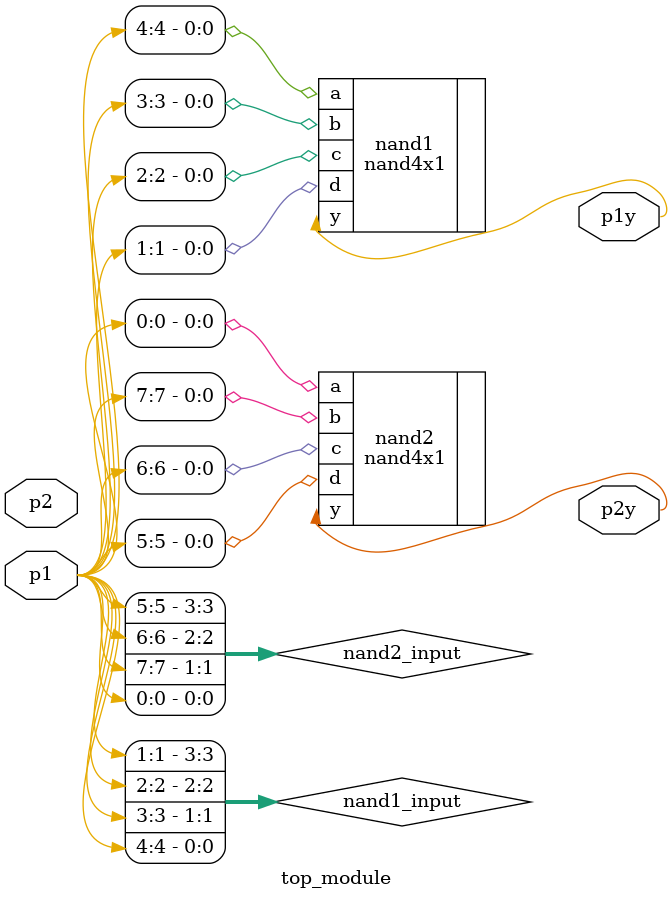
<source format=sv>
module top_module(
	input [7:0] p1,
	output p1y,
	input [7:0] p2,
	output p2y
);
  wire [3:0] nand1_input;
  wire [3:0] nand2_input;

  assign nand1_input = {p1[1], p1[2], p1[3], p1[4]};
  assign nand2_input = {p1[5], p1[6], p1[7], p1[0]};

  nand4x1 nand1(
    .a(nand1_input[0]),
    .b(nand1_input[1]),
    .c(nand1_input[2]),
    .d(nand1_input[3]),
    .y(p1y)
  );

  nand4x1 nand2(
    .a(nand2_input[0]),
    .b(nand2_input[1]),
    .c(nand2_input[2]),
    .d(nand2_input[3]),
    .y(p2y)
  );

endmodule

</source>
